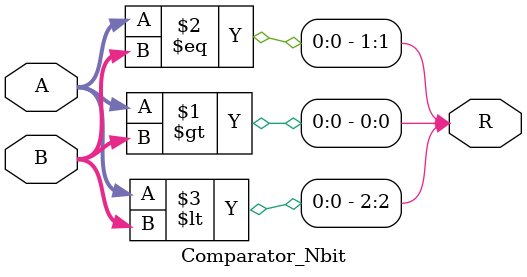
<source format=v>

module Comparator_Nbit
	#(parameter N = 4)
(
	input 	[N-1:0] A, B,
	output 	[2:0] R
);

	//010	= EQUAL
	//001 = A > B
	//100 = A < B
	
	assign R[0] = A>B;
	assign R[1] = (A==B);
	assign R[2] = A<B;

	
endmodule
</source>
